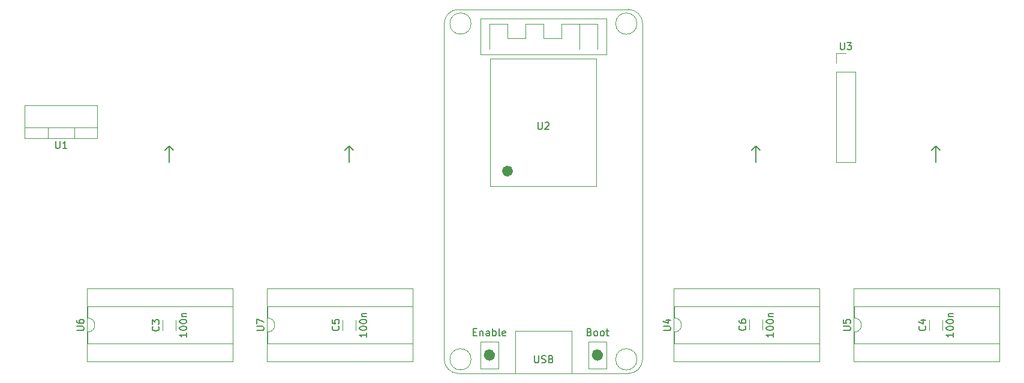
<source format=gto>
%TF.GenerationSoftware,KiCad,Pcbnew,(5.1.9-0-10_14)*%
%TF.CreationDate,2021-02-12T19:32:22+01:00*%
%TF.ProjectId,nixie_clock,6e697869-655f-4636-9c6f-636b2e6b6963,v01*%
%TF.SameCoordinates,Original*%
%TF.FileFunction,Legend,Top*%
%TF.FilePolarity,Positive*%
%FSLAX46Y46*%
G04 Gerber Fmt 4.6, Leading zero omitted, Abs format (unit mm)*
G04 Created by KiCad (PCBNEW (5.1.9-0-10_14)) date 2021-02-12 19:32:22*
%MOMM*%
%LPD*%
G01*
G04 APERTURE LIST*
%ADD10C,0.150000*%
%ADD11C,0.120000*%
%ADD12C,0.800000*%
%ADD13C,1.000000*%
G04 APERTURE END LIST*
D10*
X101798380Y-99925047D02*
X101798380Y-100496476D01*
X101798380Y-100210761D02*
X100798380Y-100210761D01*
X100941238Y-100306000D01*
X101036476Y-100401238D01*
X101084095Y-100496476D01*
X100798380Y-99306000D02*
X100798380Y-99210761D01*
X100846000Y-99115523D01*
X100893619Y-99067904D01*
X100988857Y-99020285D01*
X101179333Y-98972666D01*
X101417428Y-98972666D01*
X101607904Y-99020285D01*
X101703142Y-99067904D01*
X101750761Y-99115523D01*
X101798380Y-99210761D01*
X101798380Y-99306000D01*
X101750761Y-99401238D01*
X101703142Y-99448857D01*
X101607904Y-99496476D01*
X101417428Y-99544095D01*
X101179333Y-99544095D01*
X100988857Y-99496476D01*
X100893619Y-99448857D01*
X100846000Y-99401238D01*
X100798380Y-99306000D01*
X100798380Y-98353619D02*
X100798380Y-98258380D01*
X100846000Y-98163142D01*
X100893619Y-98115523D01*
X100988857Y-98067904D01*
X101179333Y-98020285D01*
X101417428Y-98020285D01*
X101607904Y-98067904D01*
X101703142Y-98115523D01*
X101750761Y-98163142D01*
X101798380Y-98258380D01*
X101798380Y-98353619D01*
X101750761Y-98448857D01*
X101703142Y-98496476D01*
X101607904Y-98544095D01*
X101417428Y-98591714D01*
X101179333Y-98591714D01*
X100988857Y-98544095D01*
X100893619Y-98496476D01*
X100846000Y-98448857D01*
X100798380Y-98353619D01*
X101131714Y-97591714D02*
X101798380Y-97591714D01*
X101226952Y-97591714D02*
X101179333Y-97544095D01*
X101131714Y-97448857D01*
X101131714Y-97306000D01*
X101179333Y-97210761D01*
X101274571Y-97163142D01*
X101798380Y-97163142D01*
X159202380Y-99925047D02*
X159202380Y-100496476D01*
X159202380Y-100210761D02*
X158202380Y-100210761D01*
X158345238Y-100306000D01*
X158440476Y-100401238D01*
X158488095Y-100496476D01*
X158202380Y-99306000D02*
X158202380Y-99210761D01*
X158250000Y-99115523D01*
X158297619Y-99067904D01*
X158392857Y-99020285D01*
X158583333Y-98972666D01*
X158821428Y-98972666D01*
X159011904Y-99020285D01*
X159107142Y-99067904D01*
X159154761Y-99115523D01*
X159202380Y-99210761D01*
X159202380Y-99306000D01*
X159154761Y-99401238D01*
X159107142Y-99448857D01*
X159011904Y-99496476D01*
X158821428Y-99544095D01*
X158583333Y-99544095D01*
X158392857Y-99496476D01*
X158297619Y-99448857D01*
X158250000Y-99401238D01*
X158202380Y-99306000D01*
X158202380Y-98353619D02*
X158202380Y-98258380D01*
X158250000Y-98163142D01*
X158297619Y-98115523D01*
X158392857Y-98067904D01*
X158583333Y-98020285D01*
X158821428Y-98020285D01*
X159011904Y-98067904D01*
X159107142Y-98115523D01*
X159154761Y-98163142D01*
X159202380Y-98258380D01*
X159202380Y-98353619D01*
X159154761Y-98448857D01*
X159107142Y-98496476D01*
X159011904Y-98544095D01*
X158821428Y-98591714D01*
X158583333Y-98591714D01*
X158392857Y-98544095D01*
X158297619Y-98496476D01*
X158250000Y-98448857D01*
X158202380Y-98353619D01*
X158535714Y-97591714D02*
X159202380Y-97591714D01*
X158630952Y-97591714D02*
X158583333Y-97544095D01*
X158535714Y-97448857D01*
X158535714Y-97306000D01*
X158583333Y-97210761D01*
X158678571Y-97163142D01*
X159202380Y-97163142D01*
X184602380Y-99925047D02*
X184602380Y-100496476D01*
X184602380Y-100210761D02*
X183602380Y-100210761D01*
X183745238Y-100306000D01*
X183840476Y-100401238D01*
X183888095Y-100496476D01*
X183602380Y-99306000D02*
X183602380Y-99210761D01*
X183650000Y-99115523D01*
X183697619Y-99067904D01*
X183792857Y-99020285D01*
X183983333Y-98972666D01*
X184221428Y-98972666D01*
X184411904Y-99020285D01*
X184507142Y-99067904D01*
X184554761Y-99115523D01*
X184602380Y-99210761D01*
X184602380Y-99306000D01*
X184554761Y-99401238D01*
X184507142Y-99448857D01*
X184411904Y-99496476D01*
X184221428Y-99544095D01*
X183983333Y-99544095D01*
X183792857Y-99496476D01*
X183697619Y-99448857D01*
X183650000Y-99401238D01*
X183602380Y-99306000D01*
X183602380Y-98353619D02*
X183602380Y-98258380D01*
X183650000Y-98163142D01*
X183697619Y-98115523D01*
X183792857Y-98067904D01*
X183983333Y-98020285D01*
X184221428Y-98020285D01*
X184411904Y-98067904D01*
X184507142Y-98115523D01*
X184554761Y-98163142D01*
X184602380Y-98258380D01*
X184602380Y-98353619D01*
X184554761Y-98448857D01*
X184507142Y-98496476D01*
X184411904Y-98544095D01*
X184221428Y-98591714D01*
X183983333Y-98591714D01*
X183792857Y-98544095D01*
X183697619Y-98496476D01*
X183650000Y-98448857D01*
X183602380Y-98353619D01*
X183935714Y-97591714D02*
X184602380Y-97591714D01*
X184030952Y-97591714D02*
X183983333Y-97544095D01*
X183935714Y-97448857D01*
X183935714Y-97306000D01*
X183983333Y-97210761D01*
X184078571Y-97163142D01*
X184602380Y-97163142D01*
X76398380Y-99925047D02*
X76398380Y-100496476D01*
X76398380Y-100210761D02*
X75398380Y-100210761D01*
X75541238Y-100306000D01*
X75636476Y-100401238D01*
X75684095Y-100496476D01*
X75398380Y-99306000D02*
X75398380Y-99210761D01*
X75446000Y-99115523D01*
X75493619Y-99067904D01*
X75588857Y-99020285D01*
X75779333Y-98972666D01*
X76017428Y-98972666D01*
X76207904Y-99020285D01*
X76303142Y-99067904D01*
X76350761Y-99115523D01*
X76398380Y-99210761D01*
X76398380Y-99306000D01*
X76350761Y-99401238D01*
X76303142Y-99448857D01*
X76207904Y-99496476D01*
X76017428Y-99544095D01*
X75779333Y-99544095D01*
X75588857Y-99496476D01*
X75493619Y-99448857D01*
X75446000Y-99401238D01*
X75398380Y-99306000D01*
X75398380Y-98353619D02*
X75398380Y-98258380D01*
X75446000Y-98163142D01*
X75493619Y-98115523D01*
X75588857Y-98067904D01*
X75779333Y-98020285D01*
X76017428Y-98020285D01*
X76207904Y-98067904D01*
X76303142Y-98115523D01*
X76350761Y-98163142D01*
X76398380Y-98258380D01*
X76398380Y-98353619D01*
X76350761Y-98448857D01*
X76303142Y-98496476D01*
X76207904Y-98544095D01*
X76017428Y-98591714D01*
X75779333Y-98591714D01*
X75588857Y-98544095D01*
X75493619Y-98496476D01*
X75446000Y-98448857D01*
X75398380Y-98353619D01*
X75731714Y-97591714D02*
X76398380Y-97591714D01*
X75826952Y-97591714D02*
X75779333Y-97544095D01*
X75731714Y-97448857D01*
X75731714Y-97306000D01*
X75779333Y-97210761D01*
X75874571Y-97163142D01*
X76398380Y-97163142D01*
X73914000Y-75779142D02*
X73914000Y-73493428D01*
X73342571Y-74064857D02*
X73914000Y-73493428D01*
X74485428Y-74064857D01*
X99314000Y-75779142D02*
X99314000Y-73493428D01*
X98742571Y-74064857D02*
X99314000Y-73493428D01*
X99885428Y-74064857D01*
X182118000Y-75779142D02*
X182118000Y-73493428D01*
X181546571Y-74064857D02*
X182118000Y-73493428D01*
X182689428Y-74064857D01*
X156718000Y-75779142D02*
X156718000Y-73493428D01*
X156146571Y-74064857D02*
X156718000Y-73493428D01*
X157289428Y-74064857D01*
D11*
%TO.C,U4*%
X145228000Y-99806000D02*
X145228000Y-101456000D01*
X145228000Y-101456000D02*
X165668000Y-101456000D01*
X165668000Y-101456000D02*
X165668000Y-96156000D01*
X165668000Y-96156000D02*
X145228000Y-96156000D01*
X145228000Y-96156000D02*
X145228000Y-97806000D01*
X145168000Y-103946000D02*
X165728000Y-103946000D01*
X165728000Y-103946000D02*
X165728000Y-93666000D01*
X165728000Y-93666000D02*
X145168000Y-93666000D01*
X145168000Y-93666000D02*
X145168000Y-103946000D01*
X145228000Y-97806000D02*
G75*
G02*
X145228000Y-99806000I0J-1000000D01*
G01*
%TO.C,U1*%
X63794000Y-72358000D02*
X53554000Y-72358000D01*
X63794000Y-67717000D02*
X53554000Y-67717000D01*
X63794000Y-72358000D02*
X63794000Y-67717000D01*
X53554000Y-72358000D02*
X53554000Y-67717000D01*
X63794000Y-70848000D02*
X53554000Y-70848000D01*
X60524000Y-72358000D02*
X60524000Y-70848000D01*
X56823000Y-72358000D02*
X56823000Y-70848000D01*
%TO.C,U2*%
X116546000Y-56158000D02*
G75*
G03*
X116546000Y-56158000I-1500000J0D01*
G01*
X139946000Y-56158000D02*
G75*
G03*
X139946000Y-56158000I-1500000J0D01*
G01*
X140746000Y-103658000D02*
X140746000Y-56158000D01*
X112746000Y-56158000D02*
X112746000Y-103658000D01*
X114746000Y-105658000D02*
X138746000Y-105658000D01*
X114746000Y-54158000D02*
X138746000Y-54158000D01*
X116546000Y-103658000D02*
G75*
G03*
X116546000Y-103658000I-1500000J0D01*
G01*
X139946000Y-103658000D02*
G75*
G03*
X139946000Y-103658000I-1500000J0D01*
G01*
X122746000Y-99658000D02*
X122746000Y-105658000D01*
X130746000Y-99658000D02*
X130746000Y-105658000D01*
X122746000Y-99658000D02*
X130746000Y-99658000D01*
X117856000Y-55428000D02*
X135636000Y-55428000D01*
X135636000Y-55428000D02*
X135636000Y-60508000D01*
X135636000Y-60508000D02*
X117856000Y-60508000D01*
X117856000Y-60508000D02*
X117856000Y-55428000D01*
X119126000Y-59746000D02*
X119126000Y-56190000D01*
X119126000Y-56190000D02*
X121666000Y-56190000D01*
X121666000Y-56190000D02*
X121666000Y-58222000D01*
X121666000Y-58222000D02*
X124206000Y-58222000D01*
X124206000Y-58222000D02*
X124206000Y-56190000D01*
X124206000Y-56190000D02*
X126746000Y-56190000D01*
X126746000Y-56190000D02*
X126746000Y-58222000D01*
X126746000Y-58222000D02*
X129286000Y-58222000D01*
X129286000Y-58222000D02*
X129286000Y-56190000D01*
X129286000Y-56190000D02*
X134366000Y-56190000D01*
X134366000Y-56190000D02*
X134366000Y-59746000D01*
X131826000Y-56190000D02*
X131826000Y-59746000D01*
X119246000Y-61158000D02*
X134246000Y-61158000D01*
X134246000Y-61158000D02*
X134246000Y-79158000D01*
X134246000Y-79158000D02*
X119246000Y-79158000D01*
X119246000Y-79158000D02*
X119246000Y-61158000D01*
D12*
X122066000Y-77018000D02*
G75*
G03*
X122066000Y-77018000I-400000J0D01*
G01*
D11*
X133096000Y-101148000D02*
X135636000Y-101148000D01*
X135636000Y-101148000D02*
X135636000Y-104958000D01*
X135636000Y-104958000D02*
X133096000Y-104958000D01*
X133096000Y-104958000D02*
X133096000Y-101148000D01*
X120396000Y-104958000D02*
X117856000Y-104958000D01*
X117856000Y-104958000D02*
X117856000Y-101148000D01*
X117856000Y-101148000D02*
X120396000Y-101148000D01*
X120396000Y-101148000D02*
X120396000Y-104958000D01*
D13*
X119426000Y-103053000D02*
G75*
G03*
X119426000Y-103053000I-300000J0D01*
G01*
X134666000Y-103053000D02*
G75*
G03*
X134666000Y-103053000I-300000J0D01*
G01*
D11*
X140746000Y-103658000D02*
G75*
G02*
X138746000Y-105658000I-2000000J0D01*
G01*
X114746000Y-105658000D02*
G75*
G02*
X112746000Y-103658000I0J2000000D01*
G01*
X112746000Y-56158000D02*
G75*
G02*
X114746000Y-54158000I2000000J0D01*
G01*
X138746000Y-54158000D02*
G75*
G02*
X140746000Y-56158000I0J-2000000D01*
G01*
%TO.C,U5*%
X170568000Y-93666000D02*
X170568000Y-103946000D01*
X191128000Y-93666000D02*
X170568000Y-93666000D01*
X191128000Y-103946000D02*
X191128000Y-93666000D01*
X170568000Y-103946000D02*
X191128000Y-103946000D01*
X170628000Y-96156000D02*
X170628000Y-97806000D01*
X191068000Y-96156000D02*
X170628000Y-96156000D01*
X191068000Y-101456000D02*
X191068000Y-96156000D01*
X170628000Y-101456000D02*
X191068000Y-101456000D01*
X170628000Y-99806000D02*
X170628000Y-101456000D01*
X170628000Y-97806000D02*
G75*
G02*
X170628000Y-99806000I0J-1000000D01*
G01*
%TO.C,U6*%
X62424000Y-99806000D02*
X62424000Y-101456000D01*
X62424000Y-101456000D02*
X82864000Y-101456000D01*
X82864000Y-101456000D02*
X82864000Y-96156000D01*
X82864000Y-96156000D02*
X62424000Y-96156000D01*
X62424000Y-96156000D02*
X62424000Y-97806000D01*
X62364000Y-103946000D02*
X82924000Y-103946000D01*
X82924000Y-103946000D02*
X82924000Y-93666000D01*
X82924000Y-93666000D02*
X62364000Y-93666000D01*
X62364000Y-93666000D02*
X62364000Y-103946000D01*
X62424000Y-97806000D02*
G75*
G02*
X62424000Y-99806000I0J-1000000D01*
G01*
%TO.C,U7*%
X87764000Y-93666000D02*
X87764000Y-103946000D01*
X108324000Y-93666000D02*
X87764000Y-93666000D01*
X108324000Y-103946000D02*
X108324000Y-93666000D01*
X87764000Y-103946000D02*
X108324000Y-103946000D01*
X87824000Y-96156000D02*
X87824000Y-97806000D01*
X108264000Y-96156000D02*
X87824000Y-96156000D01*
X108264000Y-101456000D02*
X108264000Y-96156000D01*
X87824000Y-101456000D02*
X108264000Y-101456000D01*
X87824000Y-99806000D02*
X87824000Y-101456000D01*
X87824000Y-97806000D02*
G75*
G02*
X87824000Y-99806000I0J-1000000D01*
G01*
%TO.C,C3*%
X74824000Y-99555752D02*
X74824000Y-98133248D01*
X73004000Y-99555752D02*
X73004000Y-98133248D01*
%TO.C,C4*%
X181208000Y-99517252D02*
X181208000Y-98094748D01*
X183028000Y-99517252D02*
X183028000Y-98094748D01*
%TO.C,C5*%
X100224000Y-99517252D02*
X100224000Y-98094748D01*
X98404000Y-99517252D02*
X98404000Y-98094748D01*
%TO.C,C6*%
X155808000Y-99478752D02*
X155808000Y-98056248D01*
X157628000Y-99478752D02*
X157628000Y-98056248D01*
%TO.C,U3*%
X168088000Y-75752000D02*
X170748000Y-75752000D01*
X168088000Y-62992000D02*
X168088000Y-75752000D01*
X170748000Y-62992000D02*
X170748000Y-75752000D01*
X168088000Y-62992000D02*
X170748000Y-62992000D01*
X168088000Y-61722000D02*
X168088000Y-60392000D01*
X168088000Y-60392000D02*
X169418000Y-60392000D01*
%TO.C,U4*%
D10*
X143680380Y-99567904D02*
X144489904Y-99567904D01*
X144585142Y-99520285D01*
X144632761Y-99472666D01*
X144680380Y-99377428D01*
X144680380Y-99186952D01*
X144632761Y-99091714D01*
X144585142Y-99044095D01*
X144489904Y-98996476D01*
X143680380Y-98996476D01*
X144013714Y-98091714D02*
X144680380Y-98091714D01*
X143632761Y-98329809D02*
X144347047Y-98567904D01*
X144347047Y-97948857D01*
%TO.C,U1*%
X57912095Y-72810380D02*
X57912095Y-73619904D01*
X57959714Y-73715142D01*
X58007333Y-73762761D01*
X58102571Y-73810380D01*
X58293047Y-73810380D01*
X58388285Y-73762761D01*
X58435904Y-73715142D01*
X58483523Y-73619904D01*
X58483523Y-72810380D01*
X59483523Y-73810380D02*
X58912095Y-73810380D01*
X59197809Y-73810380D02*
X59197809Y-72810380D01*
X59102571Y-72953238D01*
X59007333Y-73048476D01*
X58912095Y-73096095D01*
%TO.C,U2*%
X125984095Y-70120380D02*
X125984095Y-70929904D01*
X126031714Y-71025142D01*
X126079333Y-71072761D01*
X126174571Y-71120380D01*
X126365047Y-71120380D01*
X126460285Y-71072761D01*
X126507904Y-71025142D01*
X126555523Y-70929904D01*
X126555523Y-70120380D01*
X126984095Y-70215619D02*
X127031714Y-70168000D01*
X127126952Y-70120380D01*
X127365047Y-70120380D01*
X127460285Y-70168000D01*
X127507904Y-70215619D01*
X127555523Y-70310857D01*
X127555523Y-70406095D01*
X127507904Y-70548952D01*
X126936476Y-71120380D01*
X127555523Y-71120380D01*
X116864095Y-99806571D02*
X117197428Y-99806571D01*
X117340285Y-100330380D02*
X116864095Y-100330380D01*
X116864095Y-99330380D01*
X117340285Y-99330380D01*
X117768857Y-99663714D02*
X117768857Y-100330380D01*
X117768857Y-99758952D02*
X117816476Y-99711333D01*
X117911714Y-99663714D01*
X118054571Y-99663714D01*
X118149809Y-99711333D01*
X118197428Y-99806571D01*
X118197428Y-100330380D01*
X119102190Y-100330380D02*
X119102190Y-99806571D01*
X119054571Y-99711333D01*
X118959333Y-99663714D01*
X118768857Y-99663714D01*
X118673619Y-99711333D01*
X119102190Y-100282761D02*
X119006952Y-100330380D01*
X118768857Y-100330380D01*
X118673619Y-100282761D01*
X118626000Y-100187523D01*
X118626000Y-100092285D01*
X118673619Y-99997047D01*
X118768857Y-99949428D01*
X119006952Y-99949428D01*
X119102190Y-99901809D01*
X119578380Y-100330380D02*
X119578380Y-99330380D01*
X119578380Y-99711333D02*
X119673619Y-99663714D01*
X119864095Y-99663714D01*
X119959333Y-99711333D01*
X120006952Y-99758952D01*
X120054571Y-99854190D01*
X120054571Y-100139904D01*
X120006952Y-100235142D01*
X119959333Y-100282761D01*
X119864095Y-100330380D01*
X119673619Y-100330380D01*
X119578380Y-100282761D01*
X120626000Y-100330380D02*
X120530761Y-100282761D01*
X120483142Y-100187523D01*
X120483142Y-99330380D01*
X121387904Y-100282761D02*
X121292666Y-100330380D01*
X121102190Y-100330380D01*
X121006952Y-100282761D01*
X120959333Y-100187523D01*
X120959333Y-99806571D01*
X121006952Y-99711333D01*
X121102190Y-99663714D01*
X121292666Y-99663714D01*
X121387904Y-99711333D01*
X121435523Y-99806571D01*
X121435523Y-99901809D01*
X120959333Y-99997047D01*
X133246952Y-99806571D02*
X133389809Y-99854190D01*
X133437428Y-99901809D01*
X133485047Y-99997047D01*
X133485047Y-100139904D01*
X133437428Y-100235142D01*
X133389809Y-100282761D01*
X133294571Y-100330380D01*
X132913619Y-100330380D01*
X132913619Y-99330380D01*
X133246952Y-99330380D01*
X133342190Y-99378000D01*
X133389809Y-99425619D01*
X133437428Y-99520857D01*
X133437428Y-99616095D01*
X133389809Y-99711333D01*
X133342190Y-99758952D01*
X133246952Y-99806571D01*
X132913619Y-99806571D01*
X134056476Y-100330380D02*
X133961238Y-100282761D01*
X133913619Y-100235142D01*
X133866000Y-100139904D01*
X133866000Y-99854190D01*
X133913619Y-99758952D01*
X133961238Y-99711333D01*
X134056476Y-99663714D01*
X134199333Y-99663714D01*
X134294571Y-99711333D01*
X134342190Y-99758952D01*
X134389809Y-99854190D01*
X134389809Y-100139904D01*
X134342190Y-100235142D01*
X134294571Y-100282761D01*
X134199333Y-100330380D01*
X134056476Y-100330380D01*
X134961238Y-100330380D02*
X134866000Y-100282761D01*
X134818380Y-100235142D01*
X134770761Y-100139904D01*
X134770761Y-99854190D01*
X134818380Y-99758952D01*
X134866000Y-99711333D01*
X134961238Y-99663714D01*
X135104095Y-99663714D01*
X135199333Y-99711333D01*
X135246952Y-99758952D01*
X135294571Y-99854190D01*
X135294571Y-100139904D01*
X135246952Y-100235142D01*
X135199333Y-100282761D01*
X135104095Y-100330380D01*
X134961238Y-100330380D01*
X135580285Y-99663714D02*
X135961238Y-99663714D01*
X135723142Y-99330380D02*
X135723142Y-100187523D01*
X135770761Y-100282761D01*
X135866000Y-100330380D01*
X135961238Y-100330380D01*
X125484095Y-103140380D02*
X125484095Y-103949904D01*
X125531714Y-104045142D01*
X125579333Y-104092761D01*
X125674571Y-104140380D01*
X125865047Y-104140380D01*
X125960285Y-104092761D01*
X126007904Y-104045142D01*
X126055523Y-103949904D01*
X126055523Y-103140380D01*
X126484095Y-104092761D02*
X126626952Y-104140380D01*
X126865047Y-104140380D01*
X126960285Y-104092761D01*
X127007904Y-104045142D01*
X127055523Y-103949904D01*
X127055523Y-103854666D01*
X127007904Y-103759428D01*
X126960285Y-103711809D01*
X126865047Y-103664190D01*
X126674571Y-103616571D01*
X126579333Y-103568952D01*
X126531714Y-103521333D01*
X126484095Y-103426095D01*
X126484095Y-103330857D01*
X126531714Y-103235619D01*
X126579333Y-103188000D01*
X126674571Y-103140380D01*
X126912666Y-103140380D01*
X127055523Y-103188000D01*
X127817428Y-103616571D02*
X127960285Y-103664190D01*
X128007904Y-103711809D01*
X128055523Y-103807047D01*
X128055523Y-103949904D01*
X128007904Y-104045142D01*
X127960285Y-104092761D01*
X127865047Y-104140380D01*
X127484095Y-104140380D01*
X127484095Y-103140380D01*
X127817428Y-103140380D01*
X127912666Y-103188000D01*
X127960285Y-103235619D01*
X128007904Y-103330857D01*
X128007904Y-103426095D01*
X127960285Y-103521333D01*
X127912666Y-103568952D01*
X127817428Y-103616571D01*
X127484095Y-103616571D01*
%TO.C,U5*%
X169080380Y-99567904D02*
X169889904Y-99567904D01*
X169985142Y-99520285D01*
X170032761Y-99472666D01*
X170080380Y-99377428D01*
X170080380Y-99186952D01*
X170032761Y-99091714D01*
X169985142Y-99044095D01*
X169889904Y-98996476D01*
X169080380Y-98996476D01*
X169080380Y-98044095D02*
X169080380Y-98520285D01*
X169556571Y-98567904D01*
X169508952Y-98520285D01*
X169461333Y-98425047D01*
X169461333Y-98186952D01*
X169508952Y-98091714D01*
X169556571Y-98044095D01*
X169651809Y-97996476D01*
X169889904Y-97996476D01*
X169985142Y-98044095D01*
X170032761Y-98091714D01*
X170080380Y-98186952D01*
X170080380Y-98425047D01*
X170032761Y-98520285D01*
X169985142Y-98567904D01*
%TO.C,U6*%
X60876380Y-99567904D02*
X61685904Y-99567904D01*
X61781142Y-99520285D01*
X61828761Y-99472666D01*
X61876380Y-99377428D01*
X61876380Y-99186952D01*
X61828761Y-99091714D01*
X61781142Y-99044095D01*
X61685904Y-98996476D01*
X60876380Y-98996476D01*
X60876380Y-98091714D02*
X60876380Y-98282190D01*
X60924000Y-98377428D01*
X60971619Y-98425047D01*
X61114476Y-98520285D01*
X61304952Y-98567904D01*
X61685904Y-98567904D01*
X61781142Y-98520285D01*
X61828761Y-98472666D01*
X61876380Y-98377428D01*
X61876380Y-98186952D01*
X61828761Y-98091714D01*
X61781142Y-98044095D01*
X61685904Y-97996476D01*
X61447809Y-97996476D01*
X61352571Y-98044095D01*
X61304952Y-98091714D01*
X61257333Y-98186952D01*
X61257333Y-98377428D01*
X61304952Y-98472666D01*
X61352571Y-98520285D01*
X61447809Y-98567904D01*
%TO.C,U7*%
X86276380Y-99567904D02*
X87085904Y-99567904D01*
X87181142Y-99520285D01*
X87228761Y-99472666D01*
X87276380Y-99377428D01*
X87276380Y-99186952D01*
X87228761Y-99091714D01*
X87181142Y-99044095D01*
X87085904Y-98996476D01*
X86276380Y-98996476D01*
X86276380Y-98615523D02*
X86276380Y-97948857D01*
X87276380Y-98377428D01*
%TO.C,C3*%
X72421142Y-99011166D02*
X72468761Y-99058785D01*
X72516380Y-99201642D01*
X72516380Y-99296880D01*
X72468761Y-99439738D01*
X72373523Y-99534976D01*
X72278285Y-99582595D01*
X72087809Y-99630214D01*
X71944952Y-99630214D01*
X71754476Y-99582595D01*
X71659238Y-99534976D01*
X71564000Y-99439738D01*
X71516380Y-99296880D01*
X71516380Y-99201642D01*
X71564000Y-99058785D01*
X71611619Y-99011166D01*
X71516380Y-98677833D02*
X71516380Y-98058785D01*
X71897333Y-98392119D01*
X71897333Y-98249261D01*
X71944952Y-98154023D01*
X71992571Y-98106404D01*
X72087809Y-98058785D01*
X72325904Y-98058785D01*
X72421142Y-98106404D01*
X72468761Y-98154023D01*
X72516380Y-98249261D01*
X72516380Y-98534976D01*
X72468761Y-98630214D01*
X72421142Y-98677833D01*
%TO.C,C4*%
X180625142Y-98972666D02*
X180672761Y-99020285D01*
X180720380Y-99163142D01*
X180720380Y-99258380D01*
X180672761Y-99401238D01*
X180577523Y-99496476D01*
X180482285Y-99544095D01*
X180291809Y-99591714D01*
X180148952Y-99591714D01*
X179958476Y-99544095D01*
X179863238Y-99496476D01*
X179768000Y-99401238D01*
X179720380Y-99258380D01*
X179720380Y-99163142D01*
X179768000Y-99020285D01*
X179815619Y-98972666D01*
X180053714Y-98115523D02*
X180720380Y-98115523D01*
X179672761Y-98353619D02*
X180387047Y-98591714D01*
X180387047Y-97972666D01*
%TO.C,C5*%
X97821142Y-98972666D02*
X97868761Y-99020285D01*
X97916380Y-99163142D01*
X97916380Y-99258380D01*
X97868761Y-99401238D01*
X97773523Y-99496476D01*
X97678285Y-99544095D01*
X97487809Y-99591714D01*
X97344952Y-99591714D01*
X97154476Y-99544095D01*
X97059238Y-99496476D01*
X96964000Y-99401238D01*
X96916380Y-99258380D01*
X96916380Y-99163142D01*
X96964000Y-99020285D01*
X97011619Y-98972666D01*
X96916380Y-98067904D02*
X96916380Y-98544095D01*
X97392571Y-98591714D01*
X97344952Y-98544095D01*
X97297333Y-98448857D01*
X97297333Y-98210761D01*
X97344952Y-98115523D01*
X97392571Y-98067904D01*
X97487809Y-98020285D01*
X97725904Y-98020285D01*
X97821142Y-98067904D01*
X97868761Y-98115523D01*
X97916380Y-98210761D01*
X97916380Y-98448857D01*
X97868761Y-98544095D01*
X97821142Y-98591714D01*
%TO.C,C6*%
X155225142Y-98934166D02*
X155272761Y-98981785D01*
X155320380Y-99124642D01*
X155320380Y-99219880D01*
X155272761Y-99362738D01*
X155177523Y-99457976D01*
X155082285Y-99505595D01*
X154891809Y-99553214D01*
X154748952Y-99553214D01*
X154558476Y-99505595D01*
X154463238Y-99457976D01*
X154368000Y-99362738D01*
X154320380Y-99219880D01*
X154320380Y-99124642D01*
X154368000Y-98981785D01*
X154415619Y-98934166D01*
X154320380Y-98077023D02*
X154320380Y-98267500D01*
X154368000Y-98362738D01*
X154415619Y-98410357D01*
X154558476Y-98505595D01*
X154748952Y-98553214D01*
X155129904Y-98553214D01*
X155225142Y-98505595D01*
X155272761Y-98457976D01*
X155320380Y-98362738D01*
X155320380Y-98172261D01*
X155272761Y-98077023D01*
X155225142Y-98029404D01*
X155129904Y-97981785D01*
X154891809Y-97981785D01*
X154796571Y-98029404D01*
X154748952Y-98077023D01*
X154701333Y-98172261D01*
X154701333Y-98362738D01*
X154748952Y-98457976D01*
X154796571Y-98505595D01*
X154891809Y-98553214D01*
%TO.C,U3*%
X168656095Y-58844380D02*
X168656095Y-59653904D01*
X168703714Y-59749142D01*
X168751333Y-59796761D01*
X168846571Y-59844380D01*
X169037047Y-59844380D01*
X169132285Y-59796761D01*
X169179904Y-59749142D01*
X169227523Y-59653904D01*
X169227523Y-58844380D01*
X169608476Y-58844380D02*
X170227523Y-58844380D01*
X169894190Y-59225333D01*
X170037047Y-59225333D01*
X170132285Y-59272952D01*
X170179904Y-59320571D01*
X170227523Y-59415809D01*
X170227523Y-59653904D01*
X170179904Y-59749142D01*
X170132285Y-59796761D01*
X170037047Y-59844380D01*
X169751333Y-59844380D01*
X169656095Y-59796761D01*
X169608476Y-59749142D01*
%TD*%
M02*

</source>
